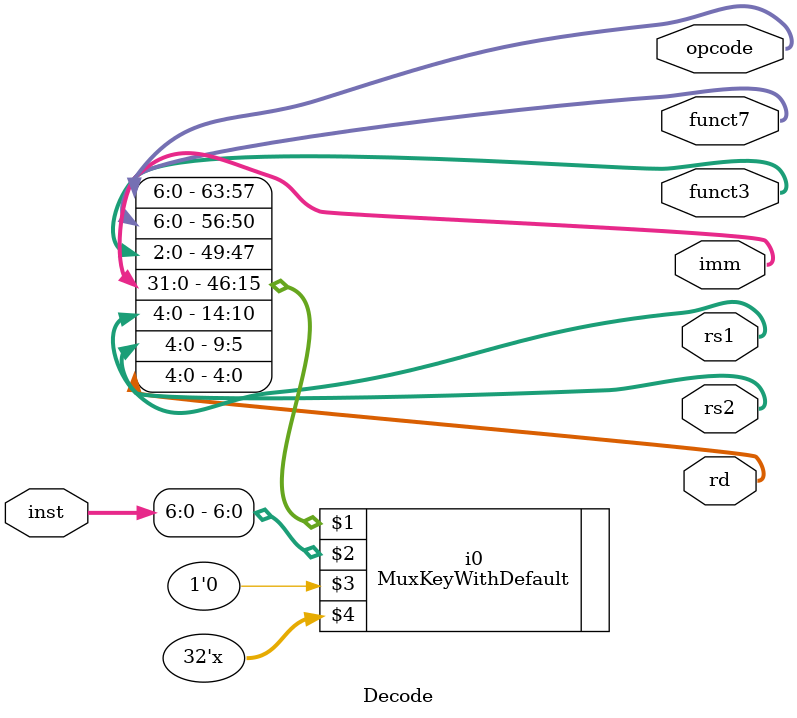
<source format=v>
module Decode (
        input [31:0] inst,
        output [6:0] opcode,
        output [6:0] funct7,
        output [2:0] funct3,
        output reg [31:0] imm,
        output reg [4:0] rs1,
        output reg [4:0] rs2,
        output reg [4:0] rd
    );
    MuxKeyWithDefault #(1, 7, 7+7+3+32+5+5+5) i0 ({opcode, funct7, funct3, imm, rs1, rs2, rd}, inst[6:0], 1'b0, {
                          32'b??
                      });


endmodule

</source>
